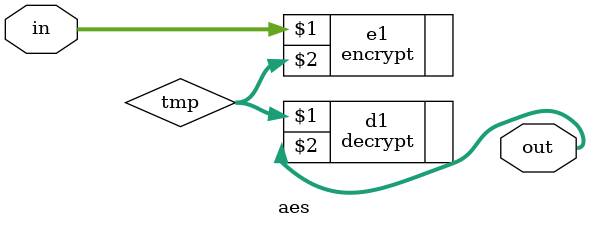
<source format=v>
`timescale 1ns / 1ps

module aes(
    input [127:0] in,
    output [127:0] out
    );
    
    wire [127:0] tmp;
    
    encrypt e1(in, tmp);
    decrypt d1(tmp, out);
endmodule

</source>
